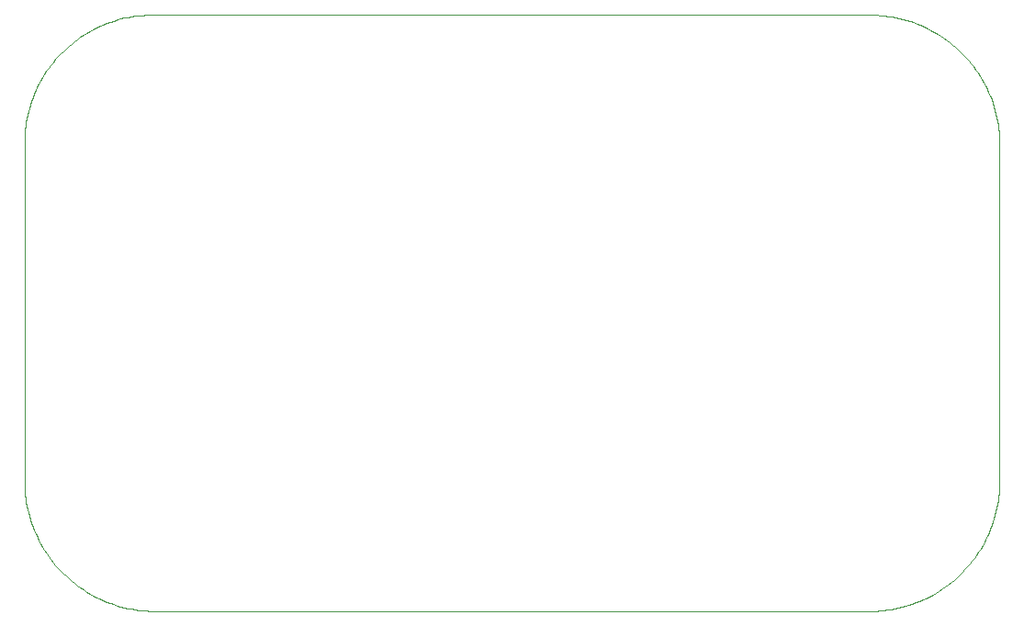
<source format=gko>
G75*
%MOIN*%
%OFA0B0*%
%FSLAX24Y24*%
%IPPOS*%
%LPD*%
%AMOC8*
5,1,8,0,0,1.08239X$1,22.5*
%
%ADD10C,0.0000*%
D10*
X005630Y001046D02*
X031435Y001046D01*
X031435Y001047D02*
X031570Y001048D01*
X031705Y001053D01*
X031840Y001062D01*
X031974Y001075D01*
X032108Y001091D01*
X032242Y001111D01*
X032375Y001136D01*
X032507Y001163D01*
X032638Y001195D01*
X032769Y001231D01*
X032898Y001270D01*
X033026Y001312D01*
X033153Y001359D01*
X033278Y001409D01*
X033402Y001462D01*
X033525Y001520D01*
X033646Y001580D01*
X033765Y001644D01*
X033882Y001712D01*
X033997Y001782D01*
X034110Y001856D01*
X034221Y001933D01*
X034329Y002014D01*
X034436Y002097D01*
X034539Y002183D01*
X034641Y002273D01*
X034740Y002365D01*
X034836Y002460D01*
X034929Y002557D01*
X035020Y002658D01*
X035107Y002760D01*
X035192Y002866D01*
X035274Y002973D01*
X035352Y003083D01*
X035427Y003195D01*
X035499Y003310D01*
X035568Y003426D01*
X035634Y003544D01*
X035696Y003664D01*
X035754Y003786D01*
X035810Y003909D01*
X035861Y004034D01*
X035909Y004160D01*
X035953Y004288D01*
X035994Y004417D01*
X036031Y004546D01*
X036064Y004677D01*
X036094Y004809D01*
X036120Y004942D01*
X036142Y005075D01*
X036160Y005209D01*
X036174Y005343D01*
X036185Y005478D01*
X036191Y005613D01*
X036194Y005748D01*
X036194Y018019D01*
X036191Y018156D01*
X036184Y018293D01*
X036173Y018429D01*
X036159Y018566D01*
X036140Y018701D01*
X036117Y018836D01*
X036091Y018971D01*
X036060Y019104D01*
X036026Y019237D01*
X035988Y019369D01*
X035946Y019499D01*
X035900Y019628D01*
X035850Y019756D01*
X035797Y019882D01*
X035740Y020007D01*
X035680Y020130D01*
X035616Y020251D01*
X035548Y020370D01*
X035477Y020487D01*
X035403Y020602D01*
X035325Y020715D01*
X035245Y020826D01*
X035161Y020934D01*
X035073Y021040D01*
X034983Y021143D01*
X034890Y021243D01*
X034794Y021341D01*
X034695Y021436D01*
X034593Y021528D01*
X034489Y021617D01*
X034382Y021703D01*
X034273Y021785D01*
X034162Y021865D01*
X034048Y021941D01*
X033932Y022014D01*
X033814Y022083D01*
X033694Y022149D01*
X033572Y022212D01*
X033448Y022271D01*
X033323Y022326D01*
X033196Y022378D01*
X033068Y022426D01*
X032938Y022470D01*
X032807Y022510D01*
X032675Y022547D01*
X032542Y022580D01*
X032408Y022608D01*
X032273Y022633D01*
X032138Y022654D01*
X032002Y022671D01*
X031866Y022685D01*
X031729Y022694D01*
X031592Y022699D01*
X031455Y022700D01*
X005498Y022700D01*
X000801Y018123D02*
X000801Y005692D01*
X000805Y005557D01*
X000814Y005422D01*
X000826Y005287D01*
X000842Y005153D01*
X000862Y005019D01*
X000886Y004886D01*
X000913Y004754D01*
X000945Y004622D01*
X000980Y004491D01*
X001019Y004362D01*
X001061Y004233D01*
X001107Y004106D01*
X001157Y003980D01*
X001210Y003856D01*
X001267Y003733D01*
X001327Y003612D01*
X001391Y003492D01*
X001458Y003375D01*
X001529Y003259D01*
X001602Y003146D01*
X001679Y003035D01*
X001759Y002926D01*
X001843Y002819D01*
X001929Y002714D01*
X002018Y002613D01*
X002110Y002513D01*
X002205Y002417D01*
X002302Y002323D01*
X002402Y002232D01*
X002505Y002144D01*
X002610Y002059D01*
X002718Y001977D01*
X002828Y001898D01*
X002940Y001822D01*
X003054Y001749D01*
X003170Y001680D01*
X003288Y001614D01*
X003408Y001552D01*
X003530Y001493D01*
X003653Y001437D01*
X003778Y001385D01*
X003905Y001336D01*
X004032Y001292D01*
X004161Y001250D01*
X004291Y001213D01*
X004422Y001179D01*
X004554Y001149D01*
X004687Y001123D01*
X004820Y001101D01*
X004954Y001082D01*
X005089Y001067D01*
X005224Y001056D01*
X005359Y001049D01*
X005494Y001046D01*
X005630Y001047D01*
X000800Y018123D02*
X000804Y018258D01*
X000812Y018393D01*
X000823Y018527D01*
X000839Y018661D01*
X000858Y018795D01*
X000881Y018928D01*
X000908Y019060D01*
X000939Y019191D01*
X000974Y019321D01*
X001012Y019451D01*
X001055Y019579D01*
X001101Y019705D01*
X001150Y019831D01*
X001203Y019955D01*
X001260Y020077D01*
X001321Y020198D01*
X001384Y020317D01*
X001452Y020434D01*
X001522Y020548D01*
X001596Y020661D01*
X001673Y020772D01*
X001754Y020880D01*
X001837Y020986D01*
X001924Y021090D01*
X002013Y021190D01*
X002106Y021289D01*
X002201Y021384D01*
X002299Y021477D01*
X002400Y021567D01*
X002503Y021654D01*
X002608Y021737D01*
X002717Y021818D01*
X002827Y021896D01*
X002940Y021970D01*
X003054Y022041D01*
X003171Y022109D01*
X003290Y022173D01*
X003410Y022233D01*
X003532Y022291D01*
X003656Y022344D01*
X003781Y022394D01*
X003908Y022441D01*
X004036Y022483D01*
X004165Y022522D01*
X004295Y022557D01*
X004426Y022589D01*
X004558Y022616D01*
X004691Y022640D01*
X004825Y022659D01*
X004959Y022675D01*
X005093Y022687D01*
X005228Y022695D01*
X005362Y022699D01*
X005497Y022700D01*
M02*

</source>
